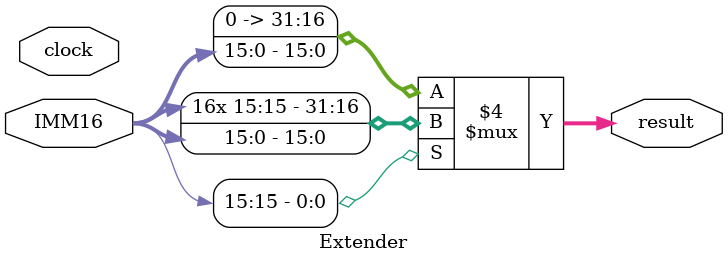
<source format=v>
module Extender (IMM16, result, clock);

input [15:0] IMM16;
input clock;


output reg [31:0] result;

always @ (*) begin
		result = IMM16;
		if(IMM16[15]==1'b1) result = {{16{IMM16[15]}}, IMM16};; // (ADDI,SUBI, ...)
end

endmodule
</source>
